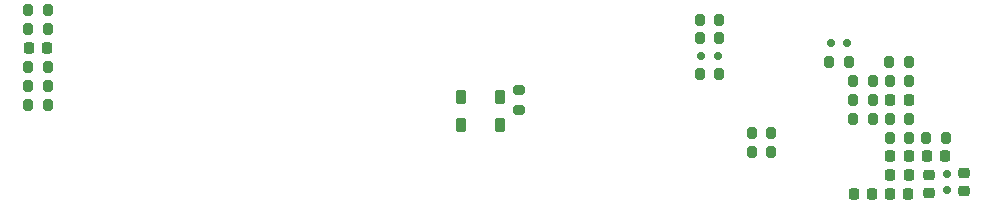
<source format=gbp>
G04 #@! TF.GenerationSoftware,KiCad,Pcbnew,7.0.8*
G04 #@! TF.CreationDate,2023-11-12T21:10:40-08:00*
G04 #@! TF.ProjectId,bms,626d732e-6b69-4636-9164-5f7063625858,V1*
G04 #@! TF.SameCoordinates,Original*
G04 #@! TF.FileFunction,Paste,Bot*
G04 #@! TF.FilePolarity,Positive*
%FSLAX46Y46*%
G04 Gerber Fmt 4.6, Leading zero omitted, Abs format (unit mm)*
G04 Created by KiCad (PCBNEW 7.0.8) date 2023-11-12 21:10:40*
%MOMM*%
%LPD*%
G01*
G04 APERTURE LIST*
G04 Aperture macros list*
%AMRoundRect*
0 Rectangle with rounded corners*
0 $1 Rounding radius*
0 $2 $3 $4 $5 $6 $7 $8 $9 X,Y pos of 4 corners*
0 Add a 4 corners polygon primitive as box body*
4,1,4,$2,$3,$4,$5,$6,$7,$8,$9,$2,$3,0*
0 Add four circle primitives for the rounded corners*
1,1,$1+$1,$2,$3*
1,1,$1+$1,$4,$5*
1,1,$1+$1,$6,$7*
1,1,$1+$1,$8,$9*
0 Add four rect primitives between the rounded corners*
20,1,$1+$1,$2,$3,$4,$5,0*
20,1,$1+$1,$4,$5,$6,$7,0*
20,1,$1+$1,$6,$7,$8,$9,0*
20,1,$1+$1,$8,$9,$2,$3,0*%
G04 Aperture macros list end*
%ADD10RoundRect,0.200000X-0.200000X-0.275000X0.200000X-0.275000X0.200000X0.275000X-0.200000X0.275000X0*%
%ADD11RoundRect,0.200000X0.200000X0.275000X-0.200000X0.275000X-0.200000X-0.275000X0.200000X-0.275000X0*%
%ADD12RoundRect,0.225000X-0.225000X-0.250000X0.225000X-0.250000X0.225000X0.250000X-0.225000X0.250000X0*%
%ADD13RoundRect,0.225000X0.225000X0.250000X-0.225000X0.250000X-0.225000X-0.250000X0.225000X-0.250000X0*%
%ADD14RoundRect,0.225000X0.225000X0.375000X-0.225000X0.375000X-0.225000X-0.375000X0.225000X-0.375000X0*%
%ADD15RoundRect,0.150000X-0.150000X-0.200000X0.150000X-0.200000X0.150000X0.200000X-0.150000X0.200000X0*%
%ADD16RoundRect,0.200000X0.275000X-0.200000X0.275000X0.200000X-0.275000X0.200000X-0.275000X-0.200000X0*%
%ADD17RoundRect,0.225000X0.250000X-0.225000X0.250000X0.225000X-0.250000X0.225000X-0.250000X-0.225000X0*%
%ADD18RoundRect,0.150000X0.200000X-0.150000X0.200000X0.150000X-0.200000X0.150000X-0.200000X-0.150000X0*%
G04 APERTURE END LIST*
D10*
X191274874Y-92874874D03*
X192924874Y-92874874D03*
X188199874Y-96074874D03*
X189849874Y-96074874D03*
D11*
X192949874Y-97662374D03*
X191299874Y-97662374D03*
D10*
X186175000Y-92874874D03*
X187825000Y-92874874D03*
D12*
X191349874Y-96074874D03*
X192899874Y-96074874D03*
D10*
X179599874Y-98874874D03*
X181249874Y-98874874D03*
D13*
X189800000Y-104000000D03*
X188250000Y-104000000D03*
D10*
X194399874Y-99262374D03*
X196049874Y-99262374D03*
D14*
X158300000Y-98200000D03*
X155000000Y-98200000D03*
D10*
X188199874Y-94474874D03*
X189849874Y-94474874D03*
D12*
X191325000Y-104000000D03*
X192875000Y-104000000D03*
D15*
X187700000Y-91274874D03*
X186300000Y-91274874D03*
D10*
X191299874Y-99274874D03*
X192949874Y-99274874D03*
D11*
X120025000Y-96474874D03*
X118375000Y-96474874D03*
D10*
X118375000Y-90074874D03*
X120025000Y-90074874D03*
D14*
X158300000Y-95800000D03*
X155000000Y-95800000D03*
D16*
X159900000Y-96925000D03*
X159900000Y-95275000D03*
D15*
X176724874Y-92374874D03*
X175324874Y-92374874D03*
D17*
X197613878Y-103798337D03*
X197613878Y-102248337D03*
D12*
X118425000Y-91674874D03*
X119975000Y-91674874D03*
D11*
X120025000Y-94874874D03*
X118375000Y-94874874D03*
X120025000Y-88474874D03*
X118375000Y-88474874D03*
D13*
X195999874Y-100862374D03*
X194449874Y-100862374D03*
D18*
X196112531Y-102328847D03*
X196112531Y-103728847D03*
D17*
X194612531Y-103971347D03*
X194612531Y-102421347D03*
D11*
X192949874Y-94474874D03*
X191299874Y-94474874D03*
X120025000Y-93274874D03*
X118375000Y-93274874D03*
X181249874Y-100474874D03*
X179599874Y-100474874D03*
D10*
X175199874Y-90874874D03*
X176849874Y-90874874D03*
D12*
X191349874Y-100862374D03*
X192899874Y-100862374D03*
X191349874Y-102462374D03*
X192899874Y-102462374D03*
D10*
X175199874Y-89274874D03*
X176849874Y-89274874D03*
D11*
X189849874Y-97674874D03*
X188199874Y-97674874D03*
D10*
X175199874Y-93874874D03*
X176849874Y-93874874D03*
M02*

</source>
